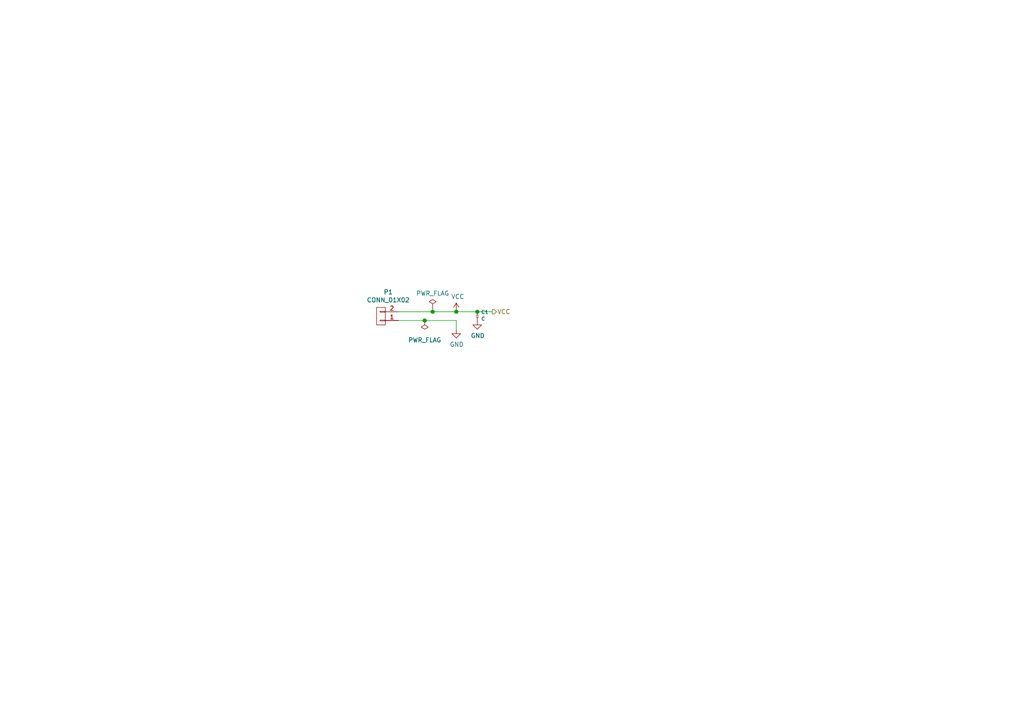
<source format=kicad_sch>
(kicad_sch (version 20201015) (generator eeschema)
  (page 1 3)
  (paper "A4")
  (lib_symbols
    (symbol "power:GND" (power) (pin_names (offset 0))
      (property "Value" "GND" (at 0 -3.81 0))
      (symbol "GND_0_1"
        (polyline (pts (xy 0 0) (xy 0 -1.27) (xy 1.27 -1.27) (xy 0 -2.54) (xy -1.27 -1.27) (xy 0 -1.27)))
      )
      (symbol "GND_1_1"
        (pin power_in line (at 0 0 270) (length 0) hide (name "GND") (number "1"))
      )
    )
    (symbol "power:PWR_FLAG" (power) (pin_numbers hide) (pin_names (offset 0) hide)
      (property "Value" "PWR_FLAG" (at 0 3.81 0))
      (symbol "PWR_FLAG_0_0"
        (pin power_out line (at 0 0 90) (length 0) (name "pwr") (number "1"))
      )
      (symbol "PWR_FLAG_0_1"
        (polyline (pts (xy 0 0) (xy 0 1.27) (xy -1.016 1.905) (xy 0 2.54) (xy 1.016 1.905) (xy 0 1.27)))
      )
    )
    (symbol "power:VCC" (power) (pin_names (offset 0))
      (property "Value" "VCC" (at 0 3.81 0))
      (symbol "VCC_0_1"
        (polyline (pts (xy -0.762 1.27) (xy 0 2.54)))
        (polyline (pts (xy 0 0) (xy 0 2.54)))
        (polyline (pts (xy 0 2.54) (xy 0.762 1.27)))
      )
      (symbol "VCC_1_1"
        (pin power_in line (at 0 0 90) (length 0) hide (name "VCC") (number "1"))
      )
    )
    (symbol "warning-project-rescue:C-passive" (pin_numbers hide) (pin_names (offset 1.016) hide)
      (property "Reference" "C" (at 0 1.27 0))
      (property "Value" "C-passive" (at 0 -1.27 0))
      (symbol "C-passive_0_1"
        (polyline (pts (xy -0.635 0) (xy -1.27 0)))
        (polyline (pts (xy -0.635 0) (xy -0.381 0)))
        (polyline (pts (xy -0.254 0.381) (xy -0.254 -0.381)))
        (polyline (pts (xy 0.254 0.381) (xy 0.254 -0.381)))
        (polyline (pts (xy 0.635 0) (xy 0.254 0)))
        (polyline (pts (xy 1.27 0) (xy 0.635 0)))
      )
      (symbol "C-passive_1_1"
        (pin passive line (at -1.27 0 0) (length 0) (name "1") (number "1"))
        (pin passive line (at 1.27 0 0) (length 0) (name "2") (number "2"))
      )
    )
    (symbol "warning-project-rescue:CONN_01X02-conn" (pin_names (offset 1.016) hide)
      (property "Reference" "P" (at 0 3.81 0))
      (property "Value" "CONN_01X02-conn" (at 2.54 0 90))
      (symbol "CONN_01X02-conn_0_1"
        (rectangle (start -1.27 -1.143) (end 0.254 -1.397))
        (rectangle (start -1.27 1.397) (end 0.254 1.143))
        (rectangle (start -1.27 2.54) (end 1.27 -2.54))
      )
      (symbol "CONN_01X02-conn_1_1"
        (pin passive line (at -5.08 1.27 0) (length 3.81) (name "P1") (number "1"))
        (pin passive line (at -5.08 -1.27 0) (length 3.81) (name "P2") (number "2"))
      )
    )
  )
  (junction (at 123.19 92.964) (diameter 1.016))
  (junction (at 125.476 90.424) (diameter 1.016))
  (junction (at 132.334 90.424) (diameter 1.016))
  (junction (at 138.43 90.424) (diameter 1.016))
  (wire (pts (xy 115.57 90.424) (xy 125.476 90.424)))
  (wire (pts (xy 115.57 92.964) (xy 123.19 92.964)))
  (wire (pts (xy 123.19 92.964) (xy 132.334 92.964)))
  (wire (pts (xy 125.476 89.408) (xy 125.476 90.424)))
  (wire (pts (xy 125.476 90.424) (xy 132.334 90.424)))
  (wire (pts (xy 132.334 90.424) (xy 138.43 90.424)))
  (wire (pts (xy 132.334 92.964) (xy 132.334 95.504)))
  (wire (pts (xy 138.43 90.424) (xy 142.748 90.424)))
  (hierarchical_label "VCC" (shape output) (at 142.748 90.424 0))
  (symbol (lib_id "warning-project-rescue:C-passive") (at 138.43 91.694 270) (unit 1)
    (property "Reference" "C1" (at 139.5476 90.5256 90) (effects (font (size 1.016 1.016)) (justify left)))
    (property "Value" "C" (at 139.5476 92.456 90) (effects (font (size 1.016 1.016)) (justify left)))
    (property "Footprint" "Capacitor_SMD:C_0402_1005Metric" (effects hide))
  )
  (symbol (lib_id "power:PWR_FLAG") (at 123.19 92.964 180) (unit 1)
    (property "Reference" "#FLG02" (effects hide))
    (property "Value" "PWR_FLAG" (at 123.19 98.6282 0))
  )
  (symbol (lib_id "power:PWR_FLAG") (at 125.476 89.408 0) (unit 1)
    (property "Reference" "#FLG0101" (effects hide))
    (property "Value" "PWR_FLAG" (at 125.476 85.0836 0))
  )
  (symbol (lib_id "power:VCC") (at 132.334 90.424 0) (unit 1)
    (property "Reference" "#PWR0101" (effects hide))
    (property "Value" "VCC" (at 132.7658 86.0298 0))
  )
  (symbol (lib_id "power:GND") (at 132.334 95.504 0) (unit 1)
    (property "Reference" "#PWR01" (effects hide))
    (property "Value" "GND" (at 132.461 99.8982 0))
  )
  (symbol (lib_id "power:GND") (at 138.43 92.964 0) (unit 1)
    (property "Reference" "#PWR02" (effects hide))
    (property "Value" "GND" (at 138.557 97.3582 0))
  )
  (symbol (lib_id "warning-project-rescue:CONN_01X02-conn") (at 110.49 91.694 180) (unit 1)
    (property "Reference" "P1" (at 112.5982 84.709 0))
    (property "Value" "CONN_01X02" (at 112.5982 87.0204 0))
    (property "Footprint" "Connector_JST:JST_JWPF_B02B-JWPF-SK-R_1x02_P2.00mm_Vertical" (effects hide))
  )
)
</source>
